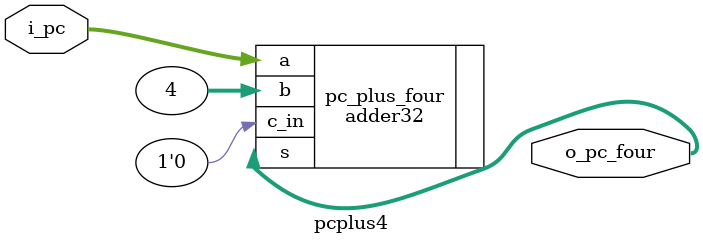
<source format=sv>
module pcplus4(
    input  logic [31:0] i_pc,
    output logic [31:0] o_pc_four
);
    adder32 pc_plus_four (
        .a     (i_pc),
        .b     (32'd4),   
        .c_in  (1'b0),
        .s     (o_pc_four)   
    );

endmodule 

</source>
